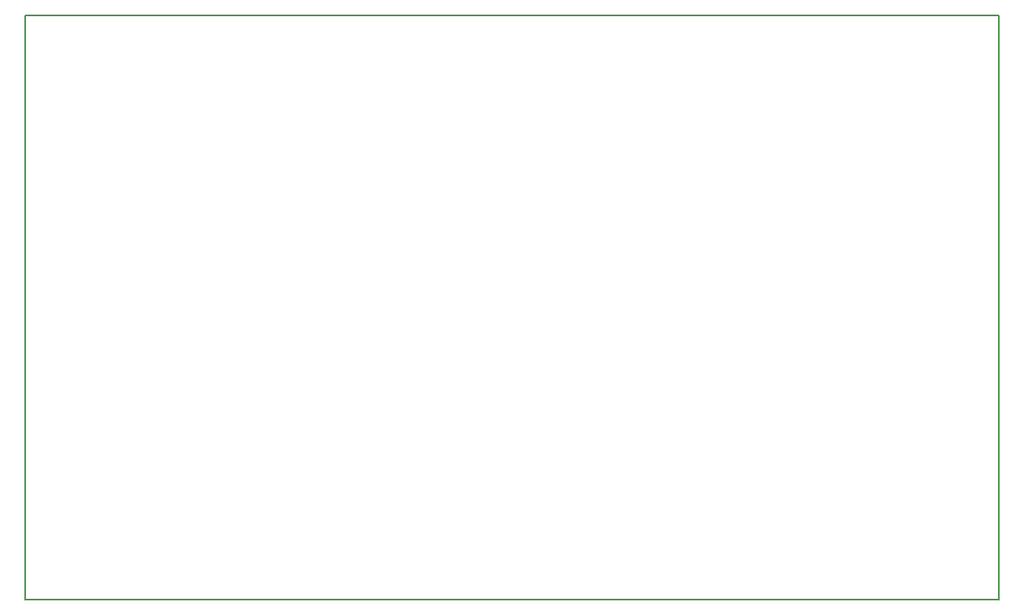
<source format=gbr>
%TF.GenerationSoftware,KiCad,Pcbnew,7.0.10*%
%TF.CreationDate,2025-01-22T21:10:17-07:00*%
%TF.ProjectId,HIVA,48495641-2e6b-4696-9361-645f70636258,rev?*%
%TF.SameCoordinates,Original*%
%TF.FileFunction,Profile,NP*%
%FSLAX46Y46*%
G04 Gerber Fmt 4.6, Leading zero omitted, Abs format (unit mm)*
G04 Created by KiCad (PCBNEW 7.0.10) date 2025-01-22 21:10:17*
%MOMM*%
%LPD*%
G01*
G04 APERTURE LIST*
%TA.AperFunction,Profile*%
%ADD10C,0.200000*%
%TD*%
G04 APERTURE END LIST*
D10*
X0Y0D02*
X101600000Y0D01*
X101600000Y-60960000D01*
X0Y-60960000D01*
X0Y0D01*
M02*

</source>
